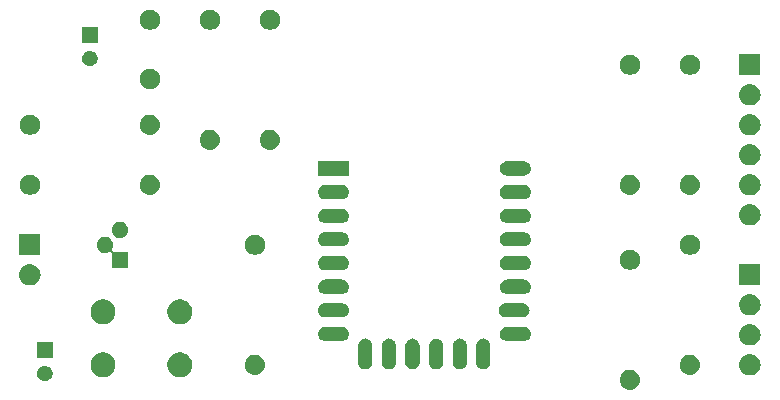
<source format=gbr>
G04 #@! TF.GenerationSoftware,KiCad,Pcbnew,5.0.2-bee76a0~70~ubuntu16.04.1*
G04 #@! TF.CreationDate,2019-02-11T12:56:34+03:00*
G04 #@! TF.ProjectId,esp12ef-ver1,65737031-3265-4662-9d76-6572312e6b69,rev?*
G04 #@! TF.SameCoordinates,Original*
G04 #@! TF.FileFunction,Soldermask,Top*
G04 #@! TF.FilePolarity,Negative*
%FSLAX46Y46*%
G04 Gerber Fmt 4.6, Leading zero omitted, Abs format (unit mm)*
G04 Created by KiCad (PCBNEW 5.0.2-bee76a0~70~ubuntu16.04.1) date Пн 11 фев 2019 12:56:34*
%MOMM*%
%LPD*%
G01*
G04 APERTURE LIST*
%ADD10C,0.100000*%
G04 APERTURE END LIST*
D10*
G36*
X150026821Y-99491313D02*
X150026824Y-99491314D01*
X150026825Y-99491314D01*
X150187239Y-99539975D01*
X150187241Y-99539976D01*
X150187244Y-99539977D01*
X150335078Y-99618995D01*
X150464659Y-99725341D01*
X150571005Y-99854922D01*
X150650023Y-100002756D01*
X150650024Y-100002759D01*
X150650025Y-100002761D01*
X150682859Y-100111000D01*
X150698687Y-100163179D01*
X150715117Y-100330000D01*
X150698687Y-100496821D01*
X150650023Y-100657244D01*
X150571005Y-100805078D01*
X150464659Y-100934659D01*
X150335078Y-101041005D01*
X150187244Y-101120023D01*
X150187241Y-101120024D01*
X150187239Y-101120025D01*
X150026825Y-101168686D01*
X150026824Y-101168686D01*
X150026821Y-101168687D01*
X149901804Y-101181000D01*
X149818196Y-101181000D01*
X149693179Y-101168687D01*
X149693176Y-101168686D01*
X149693175Y-101168686D01*
X149532761Y-101120025D01*
X149532759Y-101120024D01*
X149532756Y-101120023D01*
X149384922Y-101041005D01*
X149255341Y-100934659D01*
X149148995Y-100805078D01*
X149069977Y-100657244D01*
X149021313Y-100496821D01*
X149004883Y-100330000D01*
X149021313Y-100163179D01*
X149037141Y-100111000D01*
X149069975Y-100002761D01*
X149069976Y-100002759D01*
X149069977Y-100002756D01*
X149148995Y-99854922D01*
X149255341Y-99725341D01*
X149384922Y-99618995D01*
X149532756Y-99539977D01*
X149532759Y-99539976D01*
X149532761Y-99539975D01*
X149693175Y-99491314D01*
X149693176Y-99491314D01*
X149693179Y-99491313D01*
X149818196Y-99479000D01*
X149901804Y-99479000D01*
X150026821Y-99491313D01*
X150026821Y-99491313D01*
G37*
G36*
X100519890Y-99164017D02*
X100638361Y-99213089D01*
X100744992Y-99284338D01*
X100835662Y-99375008D01*
X100835664Y-99375011D01*
X100835665Y-99375012D01*
X100870605Y-99427304D01*
X100906911Y-99481639D01*
X100955983Y-99600110D01*
X100981000Y-99725881D01*
X100981000Y-99854119D01*
X100955983Y-99979890D01*
X100906911Y-100098361D01*
X100906909Y-100098364D01*
X100863604Y-100163175D01*
X100835662Y-100204992D01*
X100744992Y-100295662D01*
X100638361Y-100366911D01*
X100519890Y-100415983D01*
X100394119Y-100441000D01*
X100265881Y-100441000D01*
X100140110Y-100415983D01*
X100021639Y-100366911D01*
X99915008Y-100295662D01*
X99824338Y-100204992D01*
X99796397Y-100163175D01*
X99753091Y-100098364D01*
X99753089Y-100098361D01*
X99704017Y-99979890D01*
X99679000Y-99854119D01*
X99679000Y-99725881D01*
X99704017Y-99600110D01*
X99753089Y-99481639D01*
X99789395Y-99427304D01*
X99824335Y-99375012D01*
X99824336Y-99375011D01*
X99824338Y-99375008D01*
X99915008Y-99284338D01*
X100021639Y-99213089D01*
X100140110Y-99164017D01*
X100265881Y-99139000D01*
X100394119Y-99139000D01*
X100519890Y-99164017D01*
X100519890Y-99164017D01*
G37*
G36*
X105566565Y-98049389D02*
X105757834Y-98128615D01*
X105929976Y-98243637D01*
X106076363Y-98390024D01*
X106191385Y-98562166D01*
X106270611Y-98753435D01*
X106311000Y-98956484D01*
X106311000Y-99163516D01*
X106270611Y-99366565D01*
X106191385Y-99557834D01*
X106076363Y-99729976D01*
X105929976Y-99876363D01*
X105757834Y-99991385D01*
X105566565Y-100070611D01*
X105363516Y-100111000D01*
X105156484Y-100111000D01*
X104953435Y-100070611D01*
X104762166Y-99991385D01*
X104590024Y-99876363D01*
X104443637Y-99729976D01*
X104328615Y-99557834D01*
X104249389Y-99366565D01*
X104209000Y-99163516D01*
X104209000Y-98956484D01*
X104249389Y-98753435D01*
X104328615Y-98562166D01*
X104443637Y-98390024D01*
X104590024Y-98243637D01*
X104762166Y-98128615D01*
X104953435Y-98049389D01*
X105156484Y-98009000D01*
X105363516Y-98009000D01*
X105566565Y-98049389D01*
X105566565Y-98049389D01*
G37*
G36*
X112066565Y-98049389D02*
X112257834Y-98128615D01*
X112429976Y-98243637D01*
X112576363Y-98390024D01*
X112691385Y-98562166D01*
X112770611Y-98753435D01*
X112811000Y-98956484D01*
X112811000Y-99163516D01*
X112770611Y-99366565D01*
X112691385Y-99557834D01*
X112576363Y-99729976D01*
X112429976Y-99876363D01*
X112257834Y-99991385D01*
X112066565Y-100070611D01*
X111863516Y-100111000D01*
X111656484Y-100111000D01*
X111453435Y-100070611D01*
X111262166Y-99991385D01*
X111090024Y-99876363D01*
X110943637Y-99729976D01*
X110828615Y-99557834D01*
X110749389Y-99366565D01*
X110709000Y-99163516D01*
X110709000Y-98956484D01*
X110749389Y-98753435D01*
X110828615Y-98562166D01*
X110943637Y-98390024D01*
X111090024Y-98243637D01*
X111262166Y-98128615D01*
X111453435Y-98049389D01*
X111656484Y-98009000D01*
X111863516Y-98009000D01*
X112066565Y-98049389D01*
X112066565Y-98049389D01*
G37*
G36*
X160130443Y-98165519D02*
X160196627Y-98172037D01*
X160309853Y-98206384D01*
X160366467Y-98223557D01*
X160453311Y-98269977D01*
X160522991Y-98307222D01*
X160558729Y-98336552D01*
X160660186Y-98419814D01*
X160743448Y-98521271D01*
X160772778Y-98557009D01*
X160772779Y-98557011D01*
X160856443Y-98713533D01*
X160868547Y-98753435D01*
X160907963Y-98883373D01*
X160925359Y-99060000D01*
X160907963Y-99236627D01*
X160877475Y-99337132D01*
X160856443Y-99406467D01*
X160787698Y-99535078D01*
X160772778Y-99562991D01*
X160743448Y-99598729D01*
X160660186Y-99700186D01*
X160558729Y-99783448D01*
X160522991Y-99812778D01*
X160522989Y-99812779D01*
X160366467Y-99896443D01*
X160359069Y-99898687D01*
X160196627Y-99947963D01*
X160130443Y-99954481D01*
X160064260Y-99961000D01*
X159975740Y-99961000D01*
X159909557Y-99954481D01*
X159843373Y-99947963D01*
X159680931Y-99898687D01*
X159673533Y-99896443D01*
X159517011Y-99812779D01*
X159517009Y-99812778D01*
X159481271Y-99783448D01*
X159379814Y-99700186D01*
X159296552Y-99598729D01*
X159267222Y-99562991D01*
X159252302Y-99535078D01*
X159183557Y-99406467D01*
X159162525Y-99337132D01*
X159132037Y-99236627D01*
X159114641Y-99060000D01*
X159132037Y-98883373D01*
X159171453Y-98753435D01*
X159183557Y-98713533D01*
X159267221Y-98557011D01*
X159267222Y-98557009D01*
X159296552Y-98521271D01*
X159379814Y-98419814D01*
X159481271Y-98336552D01*
X159517009Y-98307222D01*
X159586689Y-98269977D01*
X159673533Y-98223557D01*
X159730147Y-98206384D01*
X159843373Y-98172037D01*
X159909557Y-98165519D01*
X159975740Y-98159000D01*
X160064260Y-98159000D01*
X160130443Y-98165519D01*
X160130443Y-98165519D01*
G37*
G36*
X155106821Y-98221313D02*
X155106824Y-98221314D01*
X155106825Y-98221314D01*
X155267239Y-98269975D01*
X155267241Y-98269976D01*
X155267244Y-98269977D01*
X155415078Y-98348995D01*
X155544659Y-98455341D01*
X155651005Y-98584922D01*
X155730023Y-98732756D01*
X155730024Y-98732759D01*
X155730025Y-98732761D01*
X155775713Y-98883375D01*
X155778687Y-98893179D01*
X155795117Y-99060000D01*
X155778687Y-99226821D01*
X155778686Y-99226824D01*
X155778686Y-99226825D01*
X155745225Y-99337132D01*
X155730023Y-99387244D01*
X155651005Y-99535078D01*
X155544659Y-99664659D01*
X155415078Y-99771005D01*
X155267244Y-99850023D01*
X155267241Y-99850024D01*
X155267239Y-99850025D01*
X155106825Y-99898686D01*
X155106824Y-99898686D01*
X155106821Y-99898687D01*
X154981804Y-99911000D01*
X154898196Y-99911000D01*
X154773179Y-99898687D01*
X154773176Y-99898686D01*
X154773175Y-99898686D01*
X154612761Y-99850025D01*
X154612759Y-99850024D01*
X154612756Y-99850023D01*
X154464922Y-99771005D01*
X154335341Y-99664659D01*
X154228995Y-99535078D01*
X154149977Y-99387244D01*
X154134776Y-99337132D01*
X154101314Y-99226825D01*
X154101314Y-99226824D01*
X154101313Y-99226821D01*
X154084883Y-99060000D01*
X154101313Y-98893179D01*
X154104287Y-98883375D01*
X154149975Y-98732761D01*
X154149976Y-98732759D01*
X154149977Y-98732756D01*
X154228995Y-98584922D01*
X154335341Y-98455341D01*
X154464922Y-98348995D01*
X154612756Y-98269977D01*
X154612759Y-98269976D01*
X154612761Y-98269975D01*
X154773175Y-98221314D01*
X154773176Y-98221314D01*
X154773179Y-98221313D01*
X154898196Y-98209000D01*
X154981804Y-98209000D01*
X155106821Y-98221313D01*
X155106821Y-98221313D01*
G37*
G36*
X118276821Y-98221313D02*
X118276824Y-98221314D01*
X118276825Y-98221314D01*
X118437239Y-98269975D01*
X118437241Y-98269976D01*
X118437244Y-98269977D01*
X118585078Y-98348995D01*
X118714659Y-98455341D01*
X118821005Y-98584922D01*
X118900023Y-98732756D01*
X118900024Y-98732759D01*
X118900025Y-98732761D01*
X118945713Y-98883375D01*
X118948687Y-98893179D01*
X118965117Y-99060000D01*
X118948687Y-99226821D01*
X118948686Y-99226824D01*
X118948686Y-99226825D01*
X118915225Y-99337132D01*
X118900023Y-99387244D01*
X118821005Y-99535078D01*
X118714659Y-99664659D01*
X118585078Y-99771005D01*
X118437244Y-99850023D01*
X118437241Y-99850024D01*
X118437239Y-99850025D01*
X118276825Y-99898686D01*
X118276824Y-99898686D01*
X118276821Y-99898687D01*
X118151804Y-99911000D01*
X118068196Y-99911000D01*
X117943179Y-99898687D01*
X117943176Y-99898686D01*
X117943175Y-99898686D01*
X117782761Y-99850025D01*
X117782759Y-99850024D01*
X117782756Y-99850023D01*
X117634922Y-99771005D01*
X117505341Y-99664659D01*
X117398995Y-99535078D01*
X117319977Y-99387244D01*
X117304776Y-99337132D01*
X117271314Y-99226825D01*
X117271314Y-99226824D01*
X117271313Y-99226821D01*
X117254883Y-99060000D01*
X117271313Y-98893179D01*
X117274287Y-98883375D01*
X117319975Y-98732761D01*
X117319976Y-98732759D01*
X117319977Y-98732756D01*
X117398995Y-98584922D01*
X117505341Y-98455341D01*
X117634922Y-98348995D01*
X117782756Y-98269977D01*
X117782759Y-98269976D01*
X117782761Y-98269975D01*
X117943175Y-98221314D01*
X117943176Y-98221314D01*
X117943179Y-98221313D01*
X118068196Y-98209000D01*
X118151804Y-98209000D01*
X118276821Y-98221313D01*
X118276821Y-98221313D01*
G37*
G36*
X127572818Y-96842697D02*
X127686105Y-96877063D01*
X127790513Y-96932870D01*
X127840777Y-96974121D01*
X127882028Y-97007974D01*
X127945712Y-97085573D01*
X127957132Y-97099489D01*
X128012939Y-97203896D01*
X128047305Y-97317183D01*
X128056001Y-97405482D01*
X128056001Y-98864520D01*
X128047305Y-98952819D01*
X128012939Y-99066106D01*
X127957132Y-99170514D01*
X127882028Y-99262028D01*
X127790514Y-99337132D01*
X127686106Y-99392939D01*
X127572819Y-99427305D01*
X127455001Y-99438908D01*
X127337184Y-99427305D01*
X127223897Y-99392939D01*
X127119489Y-99337132D01*
X127027975Y-99262028D01*
X126952871Y-99170514D01*
X126897064Y-99066106D01*
X126862698Y-98952819D01*
X126854002Y-98864520D01*
X126854001Y-97405483D01*
X126862697Y-97317184D01*
X126897063Y-97203897D01*
X126952870Y-97099489D01*
X126994121Y-97049225D01*
X127027974Y-97007974D01*
X127119488Y-96932871D01*
X127119487Y-96932871D01*
X127119489Y-96932870D01*
X127223896Y-96877063D01*
X127337183Y-96842697D01*
X127455001Y-96831094D01*
X127572818Y-96842697D01*
X127572818Y-96842697D01*
G37*
G36*
X129572818Y-96842697D02*
X129686105Y-96877063D01*
X129790513Y-96932870D01*
X129840777Y-96974121D01*
X129882028Y-97007974D01*
X129945712Y-97085573D01*
X129957132Y-97099489D01*
X130012939Y-97203896D01*
X130047305Y-97317183D01*
X130056001Y-97405482D01*
X130056001Y-98864520D01*
X130047305Y-98952819D01*
X130012939Y-99066106D01*
X129957132Y-99170514D01*
X129882028Y-99262028D01*
X129790514Y-99337132D01*
X129686106Y-99392939D01*
X129572819Y-99427305D01*
X129455001Y-99438908D01*
X129337184Y-99427305D01*
X129223897Y-99392939D01*
X129119489Y-99337132D01*
X129027975Y-99262028D01*
X128952871Y-99170514D01*
X128897064Y-99066106D01*
X128862698Y-98952819D01*
X128854002Y-98864520D01*
X128854001Y-97405483D01*
X128862697Y-97317184D01*
X128897063Y-97203897D01*
X128952870Y-97099489D01*
X128994121Y-97049225D01*
X129027974Y-97007974D01*
X129119488Y-96932871D01*
X129119487Y-96932871D01*
X129119489Y-96932870D01*
X129223896Y-96877063D01*
X129337183Y-96842697D01*
X129455001Y-96831094D01*
X129572818Y-96842697D01*
X129572818Y-96842697D01*
G37*
G36*
X131572818Y-96842697D02*
X131686105Y-96877063D01*
X131790513Y-96932870D01*
X131840777Y-96974121D01*
X131882028Y-97007974D01*
X131945712Y-97085573D01*
X131957132Y-97099489D01*
X132012939Y-97203896D01*
X132047305Y-97317183D01*
X132056001Y-97405482D01*
X132056001Y-98864520D01*
X132047305Y-98952819D01*
X132012939Y-99066106D01*
X131957132Y-99170514D01*
X131882028Y-99262028D01*
X131790514Y-99337132D01*
X131686106Y-99392939D01*
X131572819Y-99427305D01*
X131455001Y-99438908D01*
X131337184Y-99427305D01*
X131223897Y-99392939D01*
X131119489Y-99337132D01*
X131027975Y-99262028D01*
X130952871Y-99170514D01*
X130897064Y-99066106D01*
X130862698Y-98952819D01*
X130854002Y-98864520D01*
X130854001Y-97405483D01*
X130862697Y-97317184D01*
X130897063Y-97203897D01*
X130952870Y-97099489D01*
X130994121Y-97049225D01*
X131027974Y-97007974D01*
X131119488Y-96932871D01*
X131119487Y-96932871D01*
X131119489Y-96932870D01*
X131223896Y-96877063D01*
X131337183Y-96842697D01*
X131455001Y-96831094D01*
X131572818Y-96842697D01*
X131572818Y-96842697D01*
G37*
G36*
X133572818Y-96842697D02*
X133686105Y-96877063D01*
X133790513Y-96932870D01*
X133840777Y-96974121D01*
X133882028Y-97007974D01*
X133945712Y-97085573D01*
X133957132Y-97099489D01*
X134012939Y-97203896D01*
X134047305Y-97317183D01*
X134056001Y-97405482D01*
X134056001Y-98864520D01*
X134047305Y-98952819D01*
X134012939Y-99066106D01*
X133957132Y-99170514D01*
X133882028Y-99262028D01*
X133790514Y-99337132D01*
X133686106Y-99392939D01*
X133572819Y-99427305D01*
X133455001Y-99438908D01*
X133337184Y-99427305D01*
X133223897Y-99392939D01*
X133119489Y-99337132D01*
X133027975Y-99262028D01*
X132952871Y-99170514D01*
X132897064Y-99066106D01*
X132862698Y-98952819D01*
X132854002Y-98864520D01*
X132854001Y-97405483D01*
X132862697Y-97317184D01*
X132897063Y-97203897D01*
X132952870Y-97099489D01*
X132994121Y-97049225D01*
X133027974Y-97007974D01*
X133119488Y-96932871D01*
X133119487Y-96932871D01*
X133119489Y-96932870D01*
X133223896Y-96877063D01*
X133337183Y-96842697D01*
X133455001Y-96831094D01*
X133572818Y-96842697D01*
X133572818Y-96842697D01*
G37*
G36*
X135572818Y-96842697D02*
X135686105Y-96877063D01*
X135790513Y-96932870D01*
X135840777Y-96974121D01*
X135882028Y-97007974D01*
X135945712Y-97085573D01*
X135957132Y-97099489D01*
X136012939Y-97203896D01*
X136047305Y-97317183D01*
X136056001Y-97405482D01*
X136056001Y-98864520D01*
X136047305Y-98952819D01*
X136012939Y-99066106D01*
X135957132Y-99170514D01*
X135882028Y-99262028D01*
X135790514Y-99337132D01*
X135686106Y-99392939D01*
X135572819Y-99427305D01*
X135455001Y-99438908D01*
X135337184Y-99427305D01*
X135223897Y-99392939D01*
X135119489Y-99337132D01*
X135027975Y-99262028D01*
X134952871Y-99170514D01*
X134897064Y-99066106D01*
X134862698Y-98952819D01*
X134854002Y-98864520D01*
X134854001Y-97405483D01*
X134862697Y-97317184D01*
X134897063Y-97203897D01*
X134952870Y-97099489D01*
X134994121Y-97049225D01*
X135027974Y-97007974D01*
X135119488Y-96932871D01*
X135119487Y-96932871D01*
X135119489Y-96932870D01*
X135223896Y-96877063D01*
X135337183Y-96842697D01*
X135455001Y-96831094D01*
X135572818Y-96842697D01*
X135572818Y-96842697D01*
G37*
G36*
X137572818Y-96842697D02*
X137686105Y-96877063D01*
X137790513Y-96932870D01*
X137840777Y-96974121D01*
X137882028Y-97007974D01*
X137945712Y-97085573D01*
X137957132Y-97099489D01*
X138012939Y-97203896D01*
X138047305Y-97317183D01*
X138056001Y-97405482D01*
X138056001Y-98864520D01*
X138047305Y-98952819D01*
X138012939Y-99066106D01*
X137957132Y-99170514D01*
X137882028Y-99262028D01*
X137790514Y-99337132D01*
X137686106Y-99392939D01*
X137572819Y-99427305D01*
X137455001Y-99438908D01*
X137337184Y-99427305D01*
X137223897Y-99392939D01*
X137119489Y-99337132D01*
X137027975Y-99262028D01*
X136952871Y-99170514D01*
X136897064Y-99066106D01*
X136862698Y-98952819D01*
X136854002Y-98864520D01*
X136854001Y-97405483D01*
X136862697Y-97317184D01*
X136897063Y-97203897D01*
X136952870Y-97099489D01*
X136994121Y-97049225D01*
X137027974Y-97007974D01*
X137119488Y-96932871D01*
X137119487Y-96932871D01*
X137119489Y-96932870D01*
X137223896Y-96877063D01*
X137337183Y-96842697D01*
X137455001Y-96831094D01*
X137572818Y-96842697D01*
X137572818Y-96842697D01*
G37*
G36*
X100981000Y-98441000D02*
X99679000Y-98441000D01*
X99679000Y-97139000D01*
X100981000Y-97139000D01*
X100981000Y-98441000D01*
X100981000Y-98441000D01*
G37*
G36*
X160130442Y-95625518D02*
X160196627Y-95632037D01*
X160309853Y-95666384D01*
X160366467Y-95683557D01*
X160505087Y-95757652D01*
X160522991Y-95767222D01*
X160558729Y-95796552D01*
X160660186Y-95879814D01*
X160743448Y-95981271D01*
X160772778Y-96017009D01*
X160772779Y-96017011D01*
X160856443Y-96173533D01*
X160856443Y-96173534D01*
X160907963Y-96343373D01*
X160925359Y-96520000D01*
X160907963Y-96696627D01*
X160873616Y-96809853D01*
X160856443Y-96866467D01*
X160818671Y-96937132D01*
X160772778Y-97022991D01*
X160743448Y-97058729D01*
X160660186Y-97160186D01*
X160558729Y-97243448D01*
X160522991Y-97272778D01*
X160522989Y-97272779D01*
X160366467Y-97356443D01*
X160309853Y-97373616D01*
X160196627Y-97407963D01*
X160130442Y-97414482D01*
X160064260Y-97421000D01*
X159975740Y-97421000D01*
X159909558Y-97414482D01*
X159843373Y-97407963D01*
X159730147Y-97373616D01*
X159673533Y-97356443D01*
X159517011Y-97272779D01*
X159517009Y-97272778D01*
X159481271Y-97243448D01*
X159379814Y-97160186D01*
X159296552Y-97058729D01*
X159267222Y-97022991D01*
X159221329Y-96937132D01*
X159183557Y-96866467D01*
X159166384Y-96809853D01*
X159132037Y-96696627D01*
X159114641Y-96520000D01*
X159132037Y-96343373D01*
X159183557Y-96173534D01*
X159183557Y-96173533D01*
X159267221Y-96017011D01*
X159267222Y-96017009D01*
X159296552Y-95981271D01*
X159379814Y-95879814D01*
X159481271Y-95796552D01*
X159517009Y-95767222D01*
X159534913Y-95757652D01*
X159673533Y-95683557D01*
X159730147Y-95666384D01*
X159843373Y-95632037D01*
X159909558Y-95625518D01*
X159975740Y-95619000D01*
X160064260Y-95619000D01*
X160130442Y-95625518D01*
X160130442Y-95625518D01*
G37*
G36*
X140982819Y-95842697D02*
X141096106Y-95877063D01*
X141200514Y-95932870D01*
X141292028Y-96007974D01*
X141367132Y-96099488D01*
X141422939Y-96203896D01*
X141457305Y-96317183D01*
X141468908Y-96435001D01*
X141457305Y-96552819D01*
X141422939Y-96666106D01*
X141367132Y-96770514D01*
X141292028Y-96862028D01*
X141200514Y-96937132D01*
X141096106Y-96992939D01*
X140982819Y-97027305D01*
X140894520Y-97036001D01*
X139435482Y-97036001D01*
X139347183Y-97027305D01*
X139233896Y-96992939D01*
X139129488Y-96937132D01*
X139037974Y-96862028D01*
X138962870Y-96770514D01*
X138907063Y-96666106D01*
X138872697Y-96552819D01*
X138861094Y-96435001D01*
X138872697Y-96317183D01*
X138907063Y-96203896D01*
X138962870Y-96099488D01*
X139037974Y-96007974D01*
X139129488Y-95932870D01*
X139233896Y-95877063D01*
X139347183Y-95842697D01*
X139435482Y-95834001D01*
X140894520Y-95834001D01*
X140982819Y-95842697D01*
X140982819Y-95842697D01*
G37*
G36*
X125582819Y-95842697D02*
X125696106Y-95877063D01*
X125800514Y-95932870D01*
X125892028Y-96007974D01*
X125967132Y-96099488D01*
X126022939Y-96203896D01*
X126057305Y-96317183D01*
X126068908Y-96435001D01*
X126057305Y-96552819D01*
X126022939Y-96666106D01*
X125967132Y-96770514D01*
X125892028Y-96862028D01*
X125800514Y-96937132D01*
X125696106Y-96992939D01*
X125582819Y-97027305D01*
X125494520Y-97036001D01*
X124035482Y-97036001D01*
X123947183Y-97027305D01*
X123833896Y-96992939D01*
X123729488Y-96937132D01*
X123637974Y-96862028D01*
X123562870Y-96770514D01*
X123507063Y-96666106D01*
X123472697Y-96552819D01*
X123461094Y-96435001D01*
X123472697Y-96317183D01*
X123507063Y-96203896D01*
X123562870Y-96099488D01*
X123637974Y-96007974D01*
X123729488Y-95932870D01*
X123833896Y-95877063D01*
X123947183Y-95842697D01*
X124035482Y-95834001D01*
X125494520Y-95834001D01*
X125582819Y-95842697D01*
X125582819Y-95842697D01*
G37*
G36*
X105566565Y-93549389D02*
X105757834Y-93628615D01*
X105929976Y-93743637D01*
X106076363Y-93890024D01*
X106191385Y-94062166D01*
X106270611Y-94253435D01*
X106311000Y-94456484D01*
X106311000Y-94663516D01*
X106270611Y-94866565D01*
X106191385Y-95057834D01*
X106076363Y-95229976D01*
X105929976Y-95376363D01*
X105757834Y-95491385D01*
X105566565Y-95570611D01*
X105363516Y-95611000D01*
X105156484Y-95611000D01*
X104953435Y-95570611D01*
X104762166Y-95491385D01*
X104590024Y-95376363D01*
X104443637Y-95229976D01*
X104328615Y-95057834D01*
X104249389Y-94866565D01*
X104209000Y-94663516D01*
X104209000Y-94456484D01*
X104249389Y-94253435D01*
X104328615Y-94062166D01*
X104443637Y-93890024D01*
X104590024Y-93743637D01*
X104762166Y-93628615D01*
X104953435Y-93549389D01*
X105156484Y-93509000D01*
X105363516Y-93509000D01*
X105566565Y-93549389D01*
X105566565Y-93549389D01*
G37*
G36*
X112066565Y-93549389D02*
X112257834Y-93628615D01*
X112429976Y-93743637D01*
X112576363Y-93890024D01*
X112691385Y-94062166D01*
X112770611Y-94253435D01*
X112811000Y-94456484D01*
X112811000Y-94663516D01*
X112770611Y-94866565D01*
X112691385Y-95057834D01*
X112576363Y-95229976D01*
X112429976Y-95376363D01*
X112257834Y-95491385D01*
X112066565Y-95570611D01*
X111863516Y-95611000D01*
X111656484Y-95611000D01*
X111453435Y-95570611D01*
X111262166Y-95491385D01*
X111090024Y-95376363D01*
X110943637Y-95229976D01*
X110828615Y-95057834D01*
X110749389Y-94866565D01*
X110709000Y-94663516D01*
X110709000Y-94456484D01*
X110749389Y-94253435D01*
X110828615Y-94062166D01*
X110943637Y-93890024D01*
X111090024Y-93743637D01*
X111262166Y-93628615D01*
X111453435Y-93549389D01*
X111656484Y-93509000D01*
X111863516Y-93509000D01*
X112066565Y-93549389D01*
X112066565Y-93549389D01*
G37*
G36*
X125582819Y-93842697D02*
X125696106Y-93877063D01*
X125800514Y-93932870D01*
X125892028Y-94007974D01*
X125967132Y-94099488D01*
X126022939Y-94203896D01*
X126057305Y-94317183D01*
X126068908Y-94435001D01*
X126057305Y-94552819D01*
X126022939Y-94666106D01*
X125967132Y-94770514D01*
X125892028Y-94862028D01*
X125800514Y-94937132D01*
X125696106Y-94992939D01*
X125582819Y-95027305D01*
X125494520Y-95036001D01*
X124035482Y-95036001D01*
X123947183Y-95027305D01*
X123833896Y-94992939D01*
X123729488Y-94937132D01*
X123637974Y-94862028D01*
X123562870Y-94770514D01*
X123507063Y-94666106D01*
X123472697Y-94552819D01*
X123461094Y-94435001D01*
X123472697Y-94317183D01*
X123507063Y-94203896D01*
X123562870Y-94099488D01*
X123637974Y-94007974D01*
X123729488Y-93932870D01*
X123833896Y-93877063D01*
X123947183Y-93842697D01*
X124035482Y-93834001D01*
X125494520Y-93834001D01*
X125582819Y-93842697D01*
X125582819Y-93842697D01*
G37*
G36*
X140882819Y-93842697D02*
X140996106Y-93877063D01*
X141100514Y-93932870D01*
X141192028Y-94007974D01*
X141267132Y-94099488D01*
X141322939Y-94203896D01*
X141357305Y-94317183D01*
X141368908Y-94435001D01*
X141357305Y-94552819D01*
X141322939Y-94666106D01*
X141267132Y-94770514D01*
X141192028Y-94862028D01*
X141100514Y-94937132D01*
X140996106Y-94992939D01*
X140882819Y-95027305D01*
X140794520Y-95036001D01*
X139335482Y-95036001D01*
X139247183Y-95027305D01*
X139133896Y-94992939D01*
X139029488Y-94937132D01*
X138937974Y-94862028D01*
X138862870Y-94770514D01*
X138807063Y-94666106D01*
X138772697Y-94552819D01*
X138761094Y-94435001D01*
X138772697Y-94317183D01*
X138807063Y-94203896D01*
X138862870Y-94099488D01*
X138937974Y-94007974D01*
X139029488Y-93932870D01*
X139133896Y-93877063D01*
X139247183Y-93842697D01*
X139335482Y-93834001D01*
X140794520Y-93834001D01*
X140882819Y-93842697D01*
X140882819Y-93842697D01*
G37*
G36*
X160130443Y-93085519D02*
X160196627Y-93092037D01*
X160309853Y-93126384D01*
X160366467Y-93143557D01*
X160505087Y-93217652D01*
X160522991Y-93227222D01*
X160558729Y-93256552D01*
X160660186Y-93339814D01*
X160743448Y-93441271D01*
X160772778Y-93477009D01*
X160772779Y-93477011D01*
X160856443Y-93633533D01*
X160856443Y-93633534D01*
X160907963Y-93803373D01*
X160925359Y-93980000D01*
X160907963Y-94156627D01*
X160893624Y-94203896D01*
X160856443Y-94326467D01*
X160786946Y-94456484D01*
X160772778Y-94482991D01*
X160743448Y-94518729D01*
X160660186Y-94620186D01*
X160558729Y-94703448D01*
X160522991Y-94732778D01*
X160522989Y-94732779D01*
X160366467Y-94816443D01*
X160309853Y-94833616D01*
X160196627Y-94867963D01*
X160130443Y-94874481D01*
X160064260Y-94881000D01*
X159975740Y-94881000D01*
X159909557Y-94874481D01*
X159843373Y-94867963D01*
X159730147Y-94833616D01*
X159673533Y-94816443D01*
X159517011Y-94732779D01*
X159517009Y-94732778D01*
X159481271Y-94703448D01*
X159379814Y-94620186D01*
X159296552Y-94518729D01*
X159267222Y-94482991D01*
X159253054Y-94456484D01*
X159183557Y-94326467D01*
X159146376Y-94203896D01*
X159132037Y-94156627D01*
X159114641Y-93980000D01*
X159132037Y-93803373D01*
X159183557Y-93633534D01*
X159183557Y-93633533D01*
X159267221Y-93477011D01*
X159267222Y-93477009D01*
X159296552Y-93441271D01*
X159379814Y-93339814D01*
X159481271Y-93256552D01*
X159517009Y-93227222D01*
X159534913Y-93217652D01*
X159673533Y-93143557D01*
X159730147Y-93126384D01*
X159843373Y-93092037D01*
X159909557Y-93085519D01*
X159975740Y-93079000D01*
X160064260Y-93079000D01*
X160130443Y-93085519D01*
X160130443Y-93085519D01*
G37*
G36*
X125582819Y-91842697D02*
X125696106Y-91877063D01*
X125800514Y-91932870D01*
X125892028Y-92007974D01*
X125967132Y-92099488D01*
X126022939Y-92203896D01*
X126057305Y-92317183D01*
X126068908Y-92435001D01*
X126057305Y-92552819D01*
X126022939Y-92666106D01*
X125967132Y-92770514D01*
X125892028Y-92862028D01*
X125800514Y-92937132D01*
X125696106Y-92992939D01*
X125582819Y-93027305D01*
X125494520Y-93036001D01*
X124035482Y-93036001D01*
X123947183Y-93027305D01*
X123833896Y-92992939D01*
X123729488Y-92937132D01*
X123637974Y-92862028D01*
X123562870Y-92770514D01*
X123507063Y-92666106D01*
X123472697Y-92552819D01*
X123461094Y-92435001D01*
X123472697Y-92317183D01*
X123507063Y-92203896D01*
X123562870Y-92099488D01*
X123637974Y-92007974D01*
X123729488Y-91932870D01*
X123833896Y-91877063D01*
X123947183Y-91842697D01*
X124035482Y-91834001D01*
X125494520Y-91834001D01*
X125582819Y-91842697D01*
X125582819Y-91842697D01*
G37*
G36*
X140982819Y-91842697D02*
X141096106Y-91877063D01*
X141200514Y-91932870D01*
X141292028Y-92007974D01*
X141367132Y-92099488D01*
X141422939Y-92203896D01*
X141457305Y-92317183D01*
X141468908Y-92435001D01*
X141457305Y-92552819D01*
X141422939Y-92666106D01*
X141367132Y-92770514D01*
X141292028Y-92862028D01*
X141200514Y-92937132D01*
X141096106Y-92992939D01*
X140982819Y-93027305D01*
X140894520Y-93036001D01*
X139435482Y-93036001D01*
X139347183Y-93027305D01*
X139233896Y-92992939D01*
X139129488Y-92937132D01*
X139037974Y-92862028D01*
X138962870Y-92770514D01*
X138907063Y-92666106D01*
X138872697Y-92552819D01*
X138861094Y-92435001D01*
X138872697Y-92317183D01*
X138907063Y-92203896D01*
X138962870Y-92099488D01*
X139037974Y-92007974D01*
X139129488Y-91932870D01*
X139233896Y-91877063D01*
X139347183Y-91842697D01*
X139435482Y-91834001D01*
X140894520Y-91834001D01*
X140982819Y-91842697D01*
X140982819Y-91842697D01*
G37*
G36*
X160921000Y-92341000D02*
X159119000Y-92341000D01*
X159119000Y-90539000D01*
X160921000Y-90539000D01*
X160921000Y-92341000D01*
X160921000Y-92341000D01*
G37*
G36*
X99170443Y-90545519D02*
X99236627Y-90552037D01*
X99349853Y-90586384D01*
X99406467Y-90603557D01*
X99523486Y-90666106D01*
X99562991Y-90687222D01*
X99593769Y-90712481D01*
X99700186Y-90799814D01*
X99783448Y-90901271D01*
X99812778Y-90937009D01*
X99812779Y-90937011D01*
X99896443Y-91093533D01*
X99896443Y-91093534D01*
X99947963Y-91263373D01*
X99965359Y-91440000D01*
X99947963Y-91616627D01*
X99913616Y-91729853D01*
X99896443Y-91786467D01*
X99871035Y-91834001D01*
X99812778Y-91942991D01*
X99783448Y-91978729D01*
X99700186Y-92080186D01*
X99598729Y-92163448D01*
X99562991Y-92192778D01*
X99562989Y-92192779D01*
X99406467Y-92276443D01*
X99349853Y-92293616D01*
X99236627Y-92327963D01*
X99170443Y-92334481D01*
X99104260Y-92341000D01*
X99015740Y-92341000D01*
X98949557Y-92334481D01*
X98883373Y-92327963D01*
X98770147Y-92293616D01*
X98713533Y-92276443D01*
X98557011Y-92192779D01*
X98557009Y-92192778D01*
X98521271Y-92163448D01*
X98419814Y-92080186D01*
X98336552Y-91978729D01*
X98307222Y-91942991D01*
X98248965Y-91834001D01*
X98223557Y-91786467D01*
X98206384Y-91729853D01*
X98172037Y-91616627D01*
X98154641Y-91440000D01*
X98172037Y-91263373D01*
X98223557Y-91093534D01*
X98223557Y-91093533D01*
X98307221Y-90937011D01*
X98307222Y-90937009D01*
X98336552Y-90901271D01*
X98419814Y-90799814D01*
X98526231Y-90712481D01*
X98557009Y-90687222D01*
X98596514Y-90666106D01*
X98713533Y-90603557D01*
X98770147Y-90586384D01*
X98883373Y-90552037D01*
X98949557Y-90545519D01*
X99015740Y-90539000D01*
X99104260Y-90539000D01*
X99170443Y-90545519D01*
X99170443Y-90545519D01*
G37*
G36*
X125582819Y-89842697D02*
X125696106Y-89877063D01*
X125800514Y-89932870D01*
X125892028Y-90007974D01*
X125967132Y-90099488D01*
X126022939Y-90203896D01*
X126057305Y-90317183D01*
X126068908Y-90435001D01*
X126057305Y-90552819D01*
X126022939Y-90666106D01*
X125967132Y-90770514D01*
X125892028Y-90862028D01*
X125800514Y-90937132D01*
X125696106Y-90992939D01*
X125582819Y-91027305D01*
X125494520Y-91036001D01*
X124035482Y-91036001D01*
X123947183Y-91027305D01*
X123833896Y-90992939D01*
X123729488Y-90937132D01*
X123637974Y-90862028D01*
X123562870Y-90770514D01*
X123507063Y-90666106D01*
X123472697Y-90552819D01*
X123461094Y-90435001D01*
X123472697Y-90317183D01*
X123507063Y-90203896D01*
X123562870Y-90099488D01*
X123637974Y-90007974D01*
X123729488Y-89932870D01*
X123833896Y-89877063D01*
X123947183Y-89842697D01*
X124035482Y-89834001D01*
X125494520Y-89834001D01*
X125582819Y-89842697D01*
X125582819Y-89842697D01*
G37*
G36*
X140982819Y-89842697D02*
X141096106Y-89877063D01*
X141200514Y-89932870D01*
X141292028Y-90007974D01*
X141367132Y-90099488D01*
X141422939Y-90203896D01*
X141457305Y-90317183D01*
X141468908Y-90435001D01*
X141457305Y-90552819D01*
X141422939Y-90666106D01*
X141367132Y-90770514D01*
X141292028Y-90862028D01*
X141200514Y-90937132D01*
X141096106Y-90992939D01*
X140982819Y-91027305D01*
X140894520Y-91036001D01*
X139435482Y-91036001D01*
X139347183Y-91027305D01*
X139233896Y-90992939D01*
X139129488Y-90937132D01*
X139037974Y-90862028D01*
X138962870Y-90770514D01*
X138907063Y-90666106D01*
X138872697Y-90552819D01*
X138861094Y-90435001D01*
X138872697Y-90317183D01*
X138907063Y-90203896D01*
X138962870Y-90099488D01*
X139037974Y-90007974D01*
X139129488Y-89932870D01*
X139233896Y-89877063D01*
X139347183Y-89842697D01*
X139435482Y-89834001D01*
X140894520Y-89834001D01*
X140982819Y-89842697D01*
X140982819Y-89842697D01*
G37*
G36*
X150108228Y-89351703D02*
X150263100Y-89415853D01*
X150402481Y-89508985D01*
X150521015Y-89627519D01*
X150614147Y-89766900D01*
X150678297Y-89921772D01*
X150711000Y-90086184D01*
X150711000Y-90253816D01*
X150678297Y-90418228D01*
X150614147Y-90573100D01*
X150521015Y-90712481D01*
X150402481Y-90831015D01*
X150263100Y-90924147D01*
X150108228Y-90988297D01*
X149943816Y-91021000D01*
X149776184Y-91021000D01*
X149611772Y-90988297D01*
X149456900Y-90924147D01*
X149317519Y-90831015D01*
X149198985Y-90712481D01*
X149105853Y-90573100D01*
X149041703Y-90418228D01*
X149009000Y-90253816D01*
X149009000Y-90086184D01*
X149041703Y-89921772D01*
X149105853Y-89766900D01*
X149198985Y-89627519D01*
X149317519Y-89508985D01*
X149456900Y-89415853D01*
X149611772Y-89351703D01*
X149776184Y-89319000D01*
X149943816Y-89319000D01*
X150108228Y-89351703D01*
X150108228Y-89351703D01*
G37*
G36*
X105614472Y-88225938D02*
X105742049Y-88278782D01*
X105856865Y-88355500D01*
X105954500Y-88453135D01*
X106031218Y-88567951D01*
X106084062Y-88695528D01*
X106111000Y-88830956D01*
X106111000Y-88969044D01*
X106084062Y-89104472D01*
X106031218Y-89232049D01*
X106002817Y-89274554D01*
X105991266Y-89296165D01*
X105984153Y-89319614D01*
X105981751Y-89344000D01*
X105984153Y-89368386D01*
X105991266Y-89391836D01*
X106002817Y-89413446D01*
X106018363Y-89432388D01*
X106037305Y-89447934D01*
X106058916Y-89459485D01*
X106082365Y-89466598D01*
X106106751Y-89469000D01*
X107381000Y-89469000D01*
X107381000Y-90871000D01*
X105979000Y-90871000D01*
X105979000Y-89596751D01*
X105976598Y-89572365D01*
X105969485Y-89548916D01*
X105957934Y-89527305D01*
X105942388Y-89508363D01*
X105923446Y-89492817D01*
X105901835Y-89481266D01*
X105878386Y-89474153D01*
X105854000Y-89471751D01*
X105829614Y-89474153D01*
X105806165Y-89481266D01*
X105784554Y-89492817D01*
X105742049Y-89521218D01*
X105614472Y-89574062D01*
X105479044Y-89601000D01*
X105340956Y-89601000D01*
X105205528Y-89574062D01*
X105077951Y-89521218D01*
X104963135Y-89444500D01*
X104865500Y-89346865D01*
X104788782Y-89232049D01*
X104735938Y-89104472D01*
X104709000Y-88969044D01*
X104709000Y-88830956D01*
X104735938Y-88695528D01*
X104788782Y-88567951D01*
X104865500Y-88453135D01*
X104963135Y-88355500D01*
X105077951Y-88278782D01*
X105205528Y-88225938D01*
X105340956Y-88199000D01*
X105479044Y-88199000D01*
X105614472Y-88225938D01*
X105614472Y-88225938D01*
G37*
G36*
X99961000Y-89801000D02*
X98159000Y-89801000D01*
X98159000Y-87999000D01*
X99961000Y-87999000D01*
X99961000Y-89801000D01*
X99961000Y-89801000D01*
G37*
G36*
X155188228Y-88081703D02*
X155343100Y-88145853D01*
X155482481Y-88238985D01*
X155601015Y-88357519D01*
X155694147Y-88496900D01*
X155758297Y-88651772D01*
X155791000Y-88816184D01*
X155791000Y-88983816D01*
X155758297Y-89148228D01*
X155694147Y-89303100D01*
X155601015Y-89442481D01*
X155482481Y-89561015D01*
X155343100Y-89654147D01*
X155188228Y-89718297D01*
X155023816Y-89751000D01*
X154856184Y-89751000D01*
X154691772Y-89718297D01*
X154536900Y-89654147D01*
X154397519Y-89561015D01*
X154278985Y-89442481D01*
X154185853Y-89303100D01*
X154121703Y-89148228D01*
X154089000Y-88983816D01*
X154089000Y-88816184D01*
X154121703Y-88651772D01*
X154185853Y-88496900D01*
X154278985Y-88357519D01*
X154397519Y-88238985D01*
X154536900Y-88145853D01*
X154691772Y-88081703D01*
X154856184Y-88049000D01*
X155023816Y-88049000D01*
X155188228Y-88081703D01*
X155188228Y-88081703D01*
G37*
G36*
X118358228Y-88081703D02*
X118513100Y-88145853D01*
X118652481Y-88238985D01*
X118771015Y-88357519D01*
X118864147Y-88496900D01*
X118928297Y-88651772D01*
X118961000Y-88816184D01*
X118961000Y-88983816D01*
X118928297Y-89148228D01*
X118864147Y-89303100D01*
X118771015Y-89442481D01*
X118652481Y-89561015D01*
X118513100Y-89654147D01*
X118358228Y-89718297D01*
X118193816Y-89751000D01*
X118026184Y-89751000D01*
X117861772Y-89718297D01*
X117706900Y-89654147D01*
X117567519Y-89561015D01*
X117448985Y-89442481D01*
X117355853Y-89303100D01*
X117291703Y-89148228D01*
X117259000Y-88983816D01*
X117259000Y-88816184D01*
X117291703Y-88651772D01*
X117355853Y-88496900D01*
X117448985Y-88357519D01*
X117567519Y-88238985D01*
X117706900Y-88145853D01*
X117861772Y-88081703D01*
X118026184Y-88049000D01*
X118193816Y-88049000D01*
X118358228Y-88081703D01*
X118358228Y-88081703D01*
G37*
G36*
X125582819Y-87842697D02*
X125696106Y-87877063D01*
X125800514Y-87932870D01*
X125892028Y-88007974D01*
X125967132Y-88099488D01*
X126022939Y-88203896D01*
X126057305Y-88317183D01*
X126068908Y-88435001D01*
X126057305Y-88552819D01*
X126022939Y-88666106D01*
X125967132Y-88770514D01*
X125892028Y-88862028D01*
X125800514Y-88937132D01*
X125696106Y-88992939D01*
X125582819Y-89027305D01*
X125494520Y-89036001D01*
X124035482Y-89036001D01*
X123947183Y-89027305D01*
X123833896Y-88992939D01*
X123729488Y-88937132D01*
X123637974Y-88862028D01*
X123562870Y-88770514D01*
X123507063Y-88666106D01*
X123472697Y-88552819D01*
X123461094Y-88435001D01*
X123472697Y-88317183D01*
X123507063Y-88203896D01*
X123562870Y-88099488D01*
X123637974Y-88007974D01*
X123729488Y-87932870D01*
X123833896Y-87877063D01*
X123947183Y-87842697D01*
X124035482Y-87834001D01*
X125494520Y-87834001D01*
X125582819Y-87842697D01*
X125582819Y-87842697D01*
G37*
G36*
X140982819Y-87842697D02*
X141096106Y-87877063D01*
X141200514Y-87932870D01*
X141292028Y-88007974D01*
X141367132Y-88099488D01*
X141422939Y-88203896D01*
X141457305Y-88317183D01*
X141468908Y-88435001D01*
X141457305Y-88552819D01*
X141422939Y-88666106D01*
X141367132Y-88770514D01*
X141292028Y-88862028D01*
X141200514Y-88937132D01*
X141096106Y-88992939D01*
X140982819Y-89027305D01*
X140894520Y-89036001D01*
X139435482Y-89036001D01*
X139347183Y-89027305D01*
X139233896Y-88992939D01*
X139129488Y-88937132D01*
X139037974Y-88862028D01*
X138962870Y-88770514D01*
X138907063Y-88666106D01*
X138872697Y-88552819D01*
X138861094Y-88435001D01*
X138872697Y-88317183D01*
X138907063Y-88203896D01*
X138962870Y-88099488D01*
X139037974Y-88007974D01*
X139129488Y-87932870D01*
X139233896Y-87877063D01*
X139347183Y-87842697D01*
X139435482Y-87834001D01*
X140894520Y-87834001D01*
X140982819Y-87842697D01*
X140982819Y-87842697D01*
G37*
G36*
X106884472Y-86955938D02*
X107012049Y-87008782D01*
X107126865Y-87085500D01*
X107224500Y-87183135D01*
X107301218Y-87297951D01*
X107354062Y-87425528D01*
X107381000Y-87560956D01*
X107381000Y-87699044D01*
X107354062Y-87834472D01*
X107301218Y-87962049D01*
X107224500Y-88076865D01*
X107126865Y-88174500D01*
X107012049Y-88251218D01*
X106884472Y-88304062D01*
X106749044Y-88331000D01*
X106610956Y-88331000D01*
X106475528Y-88304062D01*
X106347951Y-88251218D01*
X106233135Y-88174500D01*
X106135500Y-88076865D01*
X106058782Y-87962049D01*
X106005938Y-87834472D01*
X105979000Y-87699044D01*
X105979000Y-87560956D01*
X106005938Y-87425528D01*
X106058782Y-87297951D01*
X106135500Y-87183135D01*
X106233135Y-87085500D01*
X106347951Y-87008782D01*
X106475528Y-86955938D01*
X106610956Y-86929000D01*
X106749044Y-86929000D01*
X106884472Y-86955938D01*
X106884472Y-86955938D01*
G37*
G36*
X160130442Y-85465518D02*
X160196627Y-85472037D01*
X160309853Y-85506384D01*
X160366467Y-85523557D01*
X160505087Y-85597652D01*
X160522991Y-85607222D01*
X160558729Y-85636552D01*
X160660186Y-85719814D01*
X160743448Y-85821271D01*
X160772778Y-85857009D01*
X160772779Y-85857011D01*
X160856443Y-86013533D01*
X160856443Y-86013534D01*
X160907963Y-86183373D01*
X160925359Y-86360000D01*
X160907963Y-86536627D01*
X160903051Y-86552819D01*
X160856443Y-86706467D01*
X160782348Y-86845087D01*
X160772778Y-86862991D01*
X160743448Y-86898729D01*
X160660186Y-87000186D01*
X160558729Y-87083448D01*
X160522991Y-87112778D01*
X160522989Y-87112779D01*
X160366467Y-87196443D01*
X160309853Y-87213616D01*
X160196627Y-87247963D01*
X160130442Y-87254482D01*
X160064260Y-87261000D01*
X159975740Y-87261000D01*
X159909558Y-87254482D01*
X159843373Y-87247963D01*
X159730147Y-87213616D01*
X159673533Y-87196443D01*
X159517011Y-87112779D01*
X159517009Y-87112778D01*
X159481271Y-87083448D01*
X159379814Y-87000186D01*
X159296552Y-86898729D01*
X159267222Y-86862991D01*
X159257652Y-86845087D01*
X159183557Y-86706467D01*
X159136949Y-86552819D01*
X159132037Y-86536627D01*
X159114641Y-86360000D01*
X159132037Y-86183373D01*
X159183557Y-86013534D01*
X159183557Y-86013533D01*
X159267221Y-85857011D01*
X159267222Y-85857009D01*
X159296552Y-85821271D01*
X159379814Y-85719814D01*
X159481271Y-85636552D01*
X159517009Y-85607222D01*
X159534913Y-85597652D01*
X159673533Y-85523557D01*
X159730147Y-85506384D01*
X159843373Y-85472037D01*
X159909558Y-85465518D01*
X159975740Y-85459000D01*
X160064260Y-85459000D01*
X160130442Y-85465518D01*
X160130442Y-85465518D01*
G37*
G36*
X125582819Y-85842697D02*
X125696106Y-85877063D01*
X125800514Y-85932870D01*
X125892028Y-86007974D01*
X125967132Y-86099488D01*
X126022939Y-86203896D01*
X126057305Y-86317183D01*
X126068908Y-86435001D01*
X126057305Y-86552819D01*
X126022939Y-86666106D01*
X125967132Y-86770514D01*
X125892028Y-86862028D01*
X125800514Y-86937132D01*
X125696106Y-86992939D01*
X125582819Y-87027305D01*
X125494520Y-87036001D01*
X124035482Y-87036001D01*
X123947183Y-87027305D01*
X123833896Y-86992939D01*
X123729488Y-86937132D01*
X123637974Y-86862028D01*
X123562870Y-86770514D01*
X123507063Y-86666106D01*
X123472697Y-86552819D01*
X123461094Y-86435001D01*
X123472697Y-86317183D01*
X123507063Y-86203896D01*
X123562870Y-86099488D01*
X123637974Y-86007974D01*
X123729488Y-85932870D01*
X123833896Y-85877063D01*
X123947183Y-85842697D01*
X124035482Y-85834001D01*
X125494520Y-85834001D01*
X125582819Y-85842697D01*
X125582819Y-85842697D01*
G37*
G36*
X140982819Y-85842697D02*
X141096106Y-85877063D01*
X141200514Y-85932870D01*
X141292028Y-86007974D01*
X141367132Y-86099488D01*
X141422939Y-86203896D01*
X141457305Y-86317183D01*
X141468908Y-86435001D01*
X141457305Y-86552819D01*
X141422939Y-86666106D01*
X141367132Y-86770514D01*
X141292028Y-86862028D01*
X141200514Y-86937132D01*
X141096106Y-86992939D01*
X140982819Y-87027305D01*
X140894520Y-87036001D01*
X139435482Y-87036001D01*
X139347183Y-87027305D01*
X139233896Y-86992939D01*
X139129488Y-86937132D01*
X139037974Y-86862028D01*
X138962870Y-86770514D01*
X138907063Y-86666106D01*
X138872697Y-86552819D01*
X138861094Y-86435001D01*
X138872697Y-86317183D01*
X138907063Y-86203896D01*
X138962870Y-86099488D01*
X139037974Y-86007974D01*
X139129488Y-85932870D01*
X139233896Y-85877063D01*
X139347183Y-85842697D01*
X139435482Y-85834001D01*
X140894520Y-85834001D01*
X140982819Y-85842697D01*
X140982819Y-85842697D01*
G37*
G36*
X125582819Y-83842697D02*
X125696106Y-83877063D01*
X125800514Y-83932870D01*
X125892028Y-84007974D01*
X125967132Y-84099488D01*
X126022939Y-84203896D01*
X126057305Y-84317183D01*
X126068908Y-84435001D01*
X126057305Y-84552819D01*
X126022939Y-84666106D01*
X125967132Y-84770514D01*
X125892028Y-84862028D01*
X125800514Y-84937132D01*
X125696106Y-84992939D01*
X125582819Y-85027305D01*
X125494520Y-85036001D01*
X124035482Y-85036001D01*
X123947183Y-85027305D01*
X123833896Y-84992939D01*
X123729488Y-84937132D01*
X123637974Y-84862028D01*
X123562870Y-84770514D01*
X123507063Y-84666106D01*
X123472697Y-84552819D01*
X123461094Y-84435001D01*
X123472697Y-84317183D01*
X123507063Y-84203896D01*
X123562870Y-84099488D01*
X123637974Y-84007974D01*
X123729488Y-83932870D01*
X123833896Y-83877063D01*
X123947183Y-83842697D01*
X124035482Y-83834001D01*
X125494520Y-83834001D01*
X125582819Y-83842697D01*
X125582819Y-83842697D01*
G37*
G36*
X140982819Y-83842697D02*
X141096106Y-83877063D01*
X141200514Y-83932870D01*
X141292028Y-84007974D01*
X141367132Y-84099488D01*
X141422939Y-84203896D01*
X141457305Y-84317183D01*
X141468908Y-84435001D01*
X141457305Y-84552819D01*
X141422939Y-84666106D01*
X141367132Y-84770514D01*
X141292028Y-84862028D01*
X141200514Y-84937132D01*
X141096106Y-84992939D01*
X140982819Y-85027305D01*
X140894520Y-85036001D01*
X139435482Y-85036001D01*
X139347183Y-85027305D01*
X139233896Y-84992939D01*
X139129488Y-84937132D01*
X139037974Y-84862028D01*
X138962870Y-84770514D01*
X138907063Y-84666106D01*
X138872697Y-84552819D01*
X138861094Y-84435001D01*
X138872697Y-84317183D01*
X138907063Y-84203896D01*
X138962870Y-84099488D01*
X139037974Y-84007974D01*
X139129488Y-83932870D01*
X139233896Y-83877063D01*
X139347183Y-83842697D01*
X139435482Y-83834001D01*
X140894520Y-83834001D01*
X140982819Y-83842697D01*
X140982819Y-83842697D01*
G37*
G36*
X160130443Y-82925519D02*
X160196627Y-82932037D01*
X160309853Y-82966384D01*
X160366467Y-82983557D01*
X160453311Y-83029977D01*
X160522991Y-83067222D01*
X160558729Y-83096552D01*
X160660186Y-83179814D01*
X160740369Y-83277519D01*
X160772778Y-83317009D01*
X160772779Y-83317011D01*
X160856443Y-83473533D01*
X160873616Y-83530147D01*
X160907963Y-83643373D01*
X160925359Y-83820000D01*
X160907963Y-83996627D01*
X160873616Y-84109853D01*
X160856443Y-84166467D01*
X160787698Y-84295078D01*
X160772778Y-84322991D01*
X160743448Y-84358729D01*
X160660186Y-84460186D01*
X160558729Y-84543448D01*
X160522991Y-84572778D01*
X160522989Y-84572779D01*
X160366467Y-84656443D01*
X160318478Y-84671000D01*
X160196627Y-84707963D01*
X160130443Y-84714481D01*
X160064260Y-84721000D01*
X159975740Y-84721000D01*
X159909557Y-84714481D01*
X159843373Y-84707963D01*
X159721522Y-84671000D01*
X159673533Y-84656443D01*
X159517011Y-84572779D01*
X159517009Y-84572778D01*
X159481271Y-84543448D01*
X159379814Y-84460186D01*
X159296552Y-84358729D01*
X159267222Y-84322991D01*
X159252302Y-84295078D01*
X159183557Y-84166467D01*
X159166384Y-84109853D01*
X159132037Y-83996627D01*
X159114641Y-83820000D01*
X159132037Y-83643373D01*
X159166384Y-83530147D01*
X159183557Y-83473533D01*
X159267221Y-83317011D01*
X159267222Y-83317009D01*
X159299631Y-83277519D01*
X159379814Y-83179814D01*
X159481271Y-83096552D01*
X159517009Y-83067222D01*
X159586689Y-83029977D01*
X159673533Y-82983557D01*
X159730147Y-82966384D01*
X159843373Y-82932037D01*
X159909557Y-82925519D01*
X159975740Y-82919000D01*
X160064260Y-82919000D01*
X160130443Y-82925519D01*
X160130443Y-82925519D01*
G37*
G36*
X155106821Y-82981313D02*
X155106824Y-82981314D01*
X155106825Y-82981314D01*
X155267239Y-83029975D01*
X155267241Y-83029976D01*
X155267244Y-83029977D01*
X155415078Y-83108995D01*
X155544659Y-83215341D01*
X155651005Y-83344922D01*
X155730023Y-83492756D01*
X155730024Y-83492759D01*
X155730025Y-83492761D01*
X155775713Y-83643375D01*
X155778687Y-83653179D01*
X155795117Y-83820000D01*
X155778687Y-83986821D01*
X155778686Y-83986824D01*
X155778686Y-83986825D01*
X155753993Y-84068228D01*
X155730023Y-84147244D01*
X155651005Y-84295078D01*
X155544659Y-84424659D01*
X155415078Y-84531005D01*
X155267244Y-84610023D01*
X155267241Y-84610024D01*
X155267239Y-84610025D01*
X155106825Y-84658686D01*
X155106824Y-84658686D01*
X155106821Y-84658687D01*
X154981804Y-84671000D01*
X154898196Y-84671000D01*
X154773179Y-84658687D01*
X154773176Y-84658686D01*
X154773175Y-84658686D01*
X154612761Y-84610025D01*
X154612759Y-84610024D01*
X154612756Y-84610023D01*
X154464922Y-84531005D01*
X154335341Y-84424659D01*
X154228995Y-84295078D01*
X154149977Y-84147244D01*
X154126008Y-84068228D01*
X154101314Y-83986825D01*
X154101314Y-83986824D01*
X154101313Y-83986821D01*
X154084883Y-83820000D01*
X154101313Y-83653179D01*
X154104287Y-83643375D01*
X154149975Y-83492761D01*
X154149976Y-83492759D01*
X154149977Y-83492756D01*
X154228995Y-83344922D01*
X154335341Y-83215341D01*
X154464922Y-83108995D01*
X154612756Y-83029977D01*
X154612759Y-83029976D01*
X154612761Y-83029975D01*
X154773175Y-82981314D01*
X154773176Y-82981314D01*
X154773179Y-82981313D01*
X154898196Y-82969000D01*
X154981804Y-82969000D01*
X155106821Y-82981313D01*
X155106821Y-82981313D01*
G37*
G36*
X150026821Y-82981313D02*
X150026824Y-82981314D01*
X150026825Y-82981314D01*
X150187239Y-83029975D01*
X150187241Y-83029976D01*
X150187244Y-83029977D01*
X150335078Y-83108995D01*
X150464659Y-83215341D01*
X150571005Y-83344922D01*
X150650023Y-83492756D01*
X150650024Y-83492759D01*
X150650025Y-83492761D01*
X150695713Y-83643375D01*
X150698687Y-83653179D01*
X150715117Y-83820000D01*
X150698687Y-83986821D01*
X150698686Y-83986824D01*
X150698686Y-83986825D01*
X150673993Y-84068228D01*
X150650023Y-84147244D01*
X150571005Y-84295078D01*
X150464659Y-84424659D01*
X150335078Y-84531005D01*
X150187244Y-84610023D01*
X150187241Y-84610024D01*
X150187239Y-84610025D01*
X150026825Y-84658686D01*
X150026824Y-84658686D01*
X150026821Y-84658687D01*
X149901804Y-84671000D01*
X149818196Y-84671000D01*
X149693179Y-84658687D01*
X149693176Y-84658686D01*
X149693175Y-84658686D01*
X149532761Y-84610025D01*
X149532759Y-84610024D01*
X149532756Y-84610023D01*
X149384922Y-84531005D01*
X149255341Y-84424659D01*
X149148995Y-84295078D01*
X149069977Y-84147244D01*
X149046008Y-84068228D01*
X149021314Y-83986825D01*
X149021314Y-83986824D01*
X149021313Y-83986821D01*
X149004883Y-83820000D01*
X149021313Y-83653179D01*
X149024287Y-83643375D01*
X149069975Y-83492761D01*
X149069976Y-83492759D01*
X149069977Y-83492756D01*
X149148995Y-83344922D01*
X149255341Y-83215341D01*
X149384922Y-83108995D01*
X149532756Y-83029977D01*
X149532759Y-83029976D01*
X149532761Y-83029975D01*
X149693175Y-82981314D01*
X149693176Y-82981314D01*
X149693179Y-82981313D01*
X149818196Y-82969000D01*
X149901804Y-82969000D01*
X150026821Y-82981313D01*
X150026821Y-82981313D01*
G37*
G36*
X109386821Y-82981313D02*
X109386824Y-82981314D01*
X109386825Y-82981314D01*
X109547239Y-83029975D01*
X109547241Y-83029976D01*
X109547244Y-83029977D01*
X109695078Y-83108995D01*
X109824659Y-83215341D01*
X109931005Y-83344922D01*
X110010023Y-83492756D01*
X110010024Y-83492759D01*
X110010025Y-83492761D01*
X110055713Y-83643375D01*
X110058687Y-83653179D01*
X110075117Y-83820000D01*
X110058687Y-83986821D01*
X110058686Y-83986824D01*
X110058686Y-83986825D01*
X110033993Y-84068228D01*
X110010023Y-84147244D01*
X109931005Y-84295078D01*
X109824659Y-84424659D01*
X109695078Y-84531005D01*
X109547244Y-84610023D01*
X109547241Y-84610024D01*
X109547239Y-84610025D01*
X109386825Y-84658686D01*
X109386824Y-84658686D01*
X109386821Y-84658687D01*
X109261804Y-84671000D01*
X109178196Y-84671000D01*
X109053179Y-84658687D01*
X109053176Y-84658686D01*
X109053175Y-84658686D01*
X108892761Y-84610025D01*
X108892759Y-84610024D01*
X108892756Y-84610023D01*
X108744922Y-84531005D01*
X108615341Y-84424659D01*
X108508995Y-84295078D01*
X108429977Y-84147244D01*
X108406008Y-84068228D01*
X108381314Y-83986825D01*
X108381314Y-83986824D01*
X108381313Y-83986821D01*
X108364883Y-83820000D01*
X108381313Y-83653179D01*
X108384287Y-83643375D01*
X108429975Y-83492761D01*
X108429976Y-83492759D01*
X108429977Y-83492756D01*
X108508995Y-83344922D01*
X108615341Y-83215341D01*
X108744922Y-83108995D01*
X108892756Y-83029977D01*
X108892759Y-83029976D01*
X108892761Y-83029975D01*
X109053175Y-82981314D01*
X109053176Y-82981314D01*
X109053179Y-82981313D01*
X109178196Y-82969000D01*
X109261804Y-82969000D01*
X109386821Y-82981313D01*
X109386821Y-82981313D01*
G37*
G36*
X99308228Y-83001703D02*
X99463100Y-83065853D01*
X99602481Y-83158985D01*
X99721015Y-83277519D01*
X99814147Y-83416900D01*
X99878297Y-83571772D01*
X99911000Y-83736184D01*
X99911000Y-83903816D01*
X99878297Y-84068228D01*
X99814147Y-84223100D01*
X99721015Y-84362481D01*
X99602481Y-84481015D01*
X99463100Y-84574147D01*
X99308228Y-84638297D01*
X99143816Y-84671000D01*
X98976184Y-84671000D01*
X98811772Y-84638297D01*
X98656900Y-84574147D01*
X98517519Y-84481015D01*
X98398985Y-84362481D01*
X98305853Y-84223100D01*
X98241703Y-84068228D01*
X98209000Y-83903816D01*
X98209000Y-83736184D01*
X98241703Y-83571772D01*
X98305853Y-83416900D01*
X98398985Y-83277519D01*
X98517519Y-83158985D01*
X98656900Y-83065853D01*
X98811772Y-83001703D01*
X98976184Y-82969000D01*
X99143816Y-82969000D01*
X99308228Y-83001703D01*
X99308228Y-83001703D01*
G37*
G36*
X140982819Y-81842697D02*
X141096106Y-81877063D01*
X141200514Y-81932870D01*
X141292028Y-82007974D01*
X141367132Y-82099488D01*
X141422939Y-82203896D01*
X141457305Y-82317183D01*
X141468908Y-82435001D01*
X141457305Y-82552819D01*
X141422939Y-82666106D01*
X141367132Y-82770514D01*
X141292028Y-82862028D01*
X141200514Y-82937132D01*
X141096106Y-82992939D01*
X140982819Y-83027305D01*
X140894520Y-83036001D01*
X139435482Y-83036001D01*
X139347183Y-83027305D01*
X139233896Y-82992939D01*
X139129488Y-82937132D01*
X139037974Y-82862028D01*
X138962870Y-82770514D01*
X138907063Y-82666106D01*
X138872697Y-82552819D01*
X138861094Y-82435001D01*
X138872697Y-82317183D01*
X138907063Y-82203896D01*
X138962870Y-82099488D01*
X139037974Y-82007974D01*
X139129488Y-81932870D01*
X139233896Y-81877063D01*
X139347183Y-81842697D01*
X139435482Y-81834001D01*
X140894520Y-81834001D01*
X140982819Y-81842697D01*
X140982819Y-81842697D01*
G37*
G36*
X126066001Y-83036001D02*
X123464001Y-83036001D01*
X123464001Y-81834001D01*
X126066001Y-81834001D01*
X126066001Y-83036001D01*
X126066001Y-83036001D01*
G37*
G36*
X160130442Y-80385518D02*
X160196627Y-80392037D01*
X160309853Y-80426384D01*
X160366467Y-80443557D01*
X160444146Y-80485078D01*
X160522991Y-80527222D01*
X160558729Y-80556552D01*
X160660186Y-80639814D01*
X160743448Y-80741271D01*
X160772778Y-80777009D01*
X160772779Y-80777011D01*
X160856443Y-80933533D01*
X160856443Y-80933534D01*
X160907963Y-81103373D01*
X160925359Y-81280000D01*
X160907963Y-81456627D01*
X160873616Y-81569853D01*
X160856443Y-81626467D01*
X160782348Y-81765087D01*
X160772778Y-81782991D01*
X160743448Y-81818729D01*
X160660186Y-81920186D01*
X160558729Y-82003448D01*
X160522991Y-82032778D01*
X160522989Y-82032779D01*
X160366467Y-82116443D01*
X160309853Y-82133616D01*
X160196627Y-82167963D01*
X160130443Y-82174481D01*
X160064260Y-82181000D01*
X159975740Y-82181000D01*
X159909557Y-82174481D01*
X159843373Y-82167963D01*
X159730147Y-82133616D01*
X159673533Y-82116443D01*
X159517011Y-82032779D01*
X159517009Y-82032778D01*
X159481271Y-82003448D01*
X159379814Y-81920186D01*
X159296552Y-81818729D01*
X159267222Y-81782991D01*
X159257652Y-81765087D01*
X159183557Y-81626467D01*
X159166384Y-81569853D01*
X159132037Y-81456627D01*
X159114641Y-81280000D01*
X159132037Y-81103373D01*
X159183557Y-80933534D01*
X159183557Y-80933533D01*
X159267221Y-80777011D01*
X159267222Y-80777009D01*
X159296552Y-80741271D01*
X159379814Y-80639814D01*
X159481271Y-80556552D01*
X159517009Y-80527222D01*
X159595854Y-80485078D01*
X159673533Y-80443557D01*
X159730147Y-80426384D01*
X159843373Y-80392037D01*
X159909558Y-80385518D01*
X159975740Y-80379000D01*
X160064260Y-80379000D01*
X160130442Y-80385518D01*
X160130442Y-80385518D01*
G37*
G36*
X119546821Y-79171313D02*
X119546824Y-79171314D01*
X119546825Y-79171314D01*
X119707239Y-79219975D01*
X119707241Y-79219976D01*
X119707244Y-79219977D01*
X119855078Y-79298995D01*
X119984659Y-79405341D01*
X120091005Y-79534922D01*
X120170023Y-79682756D01*
X120218687Y-79843179D01*
X120235117Y-80010000D01*
X120218687Y-80176821D01*
X120170023Y-80337244D01*
X120091005Y-80485078D01*
X119984659Y-80614659D01*
X119855078Y-80721005D01*
X119707244Y-80800023D01*
X119707241Y-80800024D01*
X119707239Y-80800025D01*
X119546825Y-80848686D01*
X119546824Y-80848686D01*
X119546821Y-80848687D01*
X119421804Y-80861000D01*
X119338196Y-80861000D01*
X119213179Y-80848687D01*
X119213176Y-80848686D01*
X119213175Y-80848686D01*
X119052761Y-80800025D01*
X119052759Y-80800024D01*
X119052756Y-80800023D01*
X118904922Y-80721005D01*
X118775341Y-80614659D01*
X118668995Y-80485078D01*
X118589977Y-80337244D01*
X118541313Y-80176821D01*
X118524883Y-80010000D01*
X118541313Y-79843179D01*
X118589977Y-79682756D01*
X118668995Y-79534922D01*
X118775341Y-79405341D01*
X118904922Y-79298995D01*
X119052756Y-79219977D01*
X119052759Y-79219976D01*
X119052761Y-79219975D01*
X119213175Y-79171314D01*
X119213176Y-79171314D01*
X119213179Y-79171313D01*
X119338196Y-79159000D01*
X119421804Y-79159000D01*
X119546821Y-79171313D01*
X119546821Y-79171313D01*
G37*
G36*
X114466821Y-79171313D02*
X114466824Y-79171314D01*
X114466825Y-79171314D01*
X114627239Y-79219975D01*
X114627241Y-79219976D01*
X114627244Y-79219977D01*
X114775078Y-79298995D01*
X114904659Y-79405341D01*
X115011005Y-79534922D01*
X115090023Y-79682756D01*
X115138687Y-79843179D01*
X115155117Y-80010000D01*
X115138687Y-80176821D01*
X115090023Y-80337244D01*
X115011005Y-80485078D01*
X114904659Y-80614659D01*
X114775078Y-80721005D01*
X114627244Y-80800023D01*
X114627241Y-80800024D01*
X114627239Y-80800025D01*
X114466825Y-80848686D01*
X114466824Y-80848686D01*
X114466821Y-80848687D01*
X114341804Y-80861000D01*
X114258196Y-80861000D01*
X114133179Y-80848687D01*
X114133176Y-80848686D01*
X114133175Y-80848686D01*
X113972761Y-80800025D01*
X113972759Y-80800024D01*
X113972756Y-80800023D01*
X113824922Y-80721005D01*
X113695341Y-80614659D01*
X113588995Y-80485078D01*
X113509977Y-80337244D01*
X113461313Y-80176821D01*
X113444883Y-80010000D01*
X113461313Y-79843179D01*
X113509977Y-79682756D01*
X113588995Y-79534922D01*
X113695341Y-79405341D01*
X113824922Y-79298995D01*
X113972756Y-79219977D01*
X113972759Y-79219976D01*
X113972761Y-79219975D01*
X114133175Y-79171314D01*
X114133176Y-79171314D01*
X114133179Y-79171313D01*
X114258196Y-79159000D01*
X114341804Y-79159000D01*
X114466821Y-79171313D01*
X114466821Y-79171313D01*
G37*
G36*
X160130443Y-77845519D02*
X160196627Y-77852037D01*
X160309853Y-77886384D01*
X160366467Y-77903557D01*
X160453311Y-77949977D01*
X160522991Y-77987222D01*
X160558729Y-78016552D01*
X160660186Y-78099814D01*
X160740369Y-78197519D01*
X160772778Y-78237009D01*
X160772779Y-78237011D01*
X160856443Y-78393533D01*
X160873616Y-78450147D01*
X160907963Y-78563373D01*
X160925359Y-78740000D01*
X160907963Y-78916627D01*
X160886243Y-78988228D01*
X160856443Y-79086467D01*
X160787698Y-79215078D01*
X160772778Y-79242991D01*
X160743448Y-79278729D01*
X160660186Y-79380186D01*
X160558729Y-79463448D01*
X160522991Y-79492778D01*
X160522989Y-79492779D01*
X160366467Y-79576443D01*
X160359069Y-79578687D01*
X160196627Y-79627963D01*
X160130442Y-79634482D01*
X160064260Y-79641000D01*
X159975740Y-79641000D01*
X159909558Y-79634482D01*
X159843373Y-79627963D01*
X159680931Y-79578687D01*
X159673533Y-79576443D01*
X159517011Y-79492779D01*
X159517009Y-79492778D01*
X159481271Y-79463448D01*
X159379814Y-79380186D01*
X159296552Y-79278729D01*
X159267222Y-79242991D01*
X159252302Y-79215078D01*
X159183557Y-79086467D01*
X159153757Y-78988228D01*
X159132037Y-78916627D01*
X159114641Y-78740000D01*
X159132037Y-78563373D01*
X159166384Y-78450147D01*
X159183557Y-78393533D01*
X159267221Y-78237011D01*
X159267222Y-78237009D01*
X159299631Y-78197519D01*
X159379814Y-78099814D01*
X159481271Y-78016552D01*
X159517009Y-77987222D01*
X159586689Y-77949977D01*
X159673533Y-77903557D01*
X159730147Y-77886384D01*
X159843373Y-77852037D01*
X159909557Y-77845519D01*
X159975740Y-77839000D01*
X160064260Y-77839000D01*
X160130443Y-77845519D01*
X160130443Y-77845519D01*
G37*
G36*
X99308228Y-77921703D02*
X99463100Y-77985853D01*
X99602481Y-78078985D01*
X99721015Y-78197519D01*
X99814147Y-78336900D01*
X99878297Y-78491772D01*
X99911000Y-78656184D01*
X99911000Y-78823816D01*
X99878297Y-78988228D01*
X99814147Y-79143100D01*
X99721015Y-79282481D01*
X99602481Y-79401015D01*
X99463100Y-79494147D01*
X99308228Y-79558297D01*
X99143816Y-79591000D01*
X98976184Y-79591000D01*
X98811772Y-79558297D01*
X98656900Y-79494147D01*
X98517519Y-79401015D01*
X98398985Y-79282481D01*
X98305853Y-79143100D01*
X98241703Y-78988228D01*
X98209000Y-78823816D01*
X98209000Y-78656184D01*
X98241703Y-78491772D01*
X98305853Y-78336900D01*
X98398985Y-78197519D01*
X98517519Y-78078985D01*
X98656900Y-77985853D01*
X98811772Y-77921703D01*
X98976184Y-77889000D01*
X99143816Y-77889000D01*
X99308228Y-77921703D01*
X99308228Y-77921703D01*
G37*
G36*
X109386821Y-77901313D02*
X109386824Y-77901314D01*
X109386825Y-77901314D01*
X109547239Y-77949975D01*
X109547241Y-77949976D01*
X109547244Y-77949977D01*
X109695078Y-78028995D01*
X109824659Y-78135341D01*
X109931005Y-78264922D01*
X110010023Y-78412756D01*
X110010024Y-78412759D01*
X110010025Y-78412761D01*
X110055713Y-78563375D01*
X110058687Y-78573179D01*
X110075117Y-78740000D01*
X110058687Y-78906821D01*
X110058686Y-78906824D01*
X110058686Y-78906825D01*
X110033993Y-78988228D01*
X110010023Y-79067244D01*
X109931005Y-79215078D01*
X109824659Y-79344659D01*
X109695078Y-79451005D01*
X109547244Y-79530023D01*
X109547241Y-79530024D01*
X109547239Y-79530025D01*
X109386825Y-79578686D01*
X109386824Y-79578686D01*
X109386821Y-79578687D01*
X109261804Y-79591000D01*
X109178196Y-79591000D01*
X109053179Y-79578687D01*
X109053176Y-79578686D01*
X109053175Y-79578686D01*
X108892761Y-79530025D01*
X108892759Y-79530024D01*
X108892756Y-79530023D01*
X108744922Y-79451005D01*
X108615341Y-79344659D01*
X108508995Y-79215078D01*
X108429977Y-79067244D01*
X108406008Y-78988228D01*
X108381314Y-78906825D01*
X108381314Y-78906824D01*
X108381313Y-78906821D01*
X108364883Y-78740000D01*
X108381313Y-78573179D01*
X108384287Y-78563375D01*
X108429975Y-78412761D01*
X108429976Y-78412759D01*
X108429977Y-78412756D01*
X108508995Y-78264922D01*
X108615341Y-78135341D01*
X108744922Y-78028995D01*
X108892756Y-77949977D01*
X108892759Y-77949976D01*
X108892761Y-77949975D01*
X109053175Y-77901314D01*
X109053176Y-77901314D01*
X109053179Y-77901313D01*
X109178196Y-77889000D01*
X109261804Y-77889000D01*
X109386821Y-77901313D01*
X109386821Y-77901313D01*
G37*
G36*
X160130442Y-75305518D02*
X160196627Y-75312037D01*
X160309853Y-75346384D01*
X160366467Y-75363557D01*
X160420579Y-75392481D01*
X160522991Y-75447222D01*
X160558729Y-75476552D01*
X160660186Y-75559814D01*
X160743448Y-75661271D01*
X160772778Y-75697009D01*
X160772779Y-75697011D01*
X160856443Y-75853533D01*
X160856443Y-75853534D01*
X160907963Y-76023373D01*
X160925359Y-76200000D01*
X160907963Y-76376627D01*
X160873616Y-76489853D01*
X160856443Y-76546467D01*
X160782348Y-76685087D01*
X160772778Y-76702991D01*
X160743448Y-76738729D01*
X160660186Y-76840186D01*
X160558729Y-76923448D01*
X160522991Y-76952778D01*
X160522989Y-76952779D01*
X160366467Y-77036443D01*
X160309853Y-77053616D01*
X160196627Y-77087963D01*
X160130442Y-77094482D01*
X160064260Y-77101000D01*
X159975740Y-77101000D01*
X159909558Y-77094482D01*
X159843373Y-77087963D01*
X159730147Y-77053616D01*
X159673533Y-77036443D01*
X159517011Y-76952779D01*
X159517009Y-76952778D01*
X159481271Y-76923448D01*
X159379814Y-76840186D01*
X159296552Y-76738729D01*
X159267222Y-76702991D01*
X159257652Y-76685087D01*
X159183557Y-76546467D01*
X159166384Y-76489853D01*
X159132037Y-76376627D01*
X159114641Y-76200000D01*
X159132037Y-76023373D01*
X159183557Y-75853534D01*
X159183557Y-75853533D01*
X159267221Y-75697011D01*
X159267222Y-75697009D01*
X159296552Y-75661271D01*
X159379814Y-75559814D01*
X159481271Y-75476552D01*
X159517009Y-75447222D01*
X159619421Y-75392481D01*
X159673533Y-75363557D01*
X159730147Y-75346384D01*
X159843373Y-75312037D01*
X159909558Y-75305518D01*
X159975740Y-75299000D01*
X160064260Y-75299000D01*
X160130442Y-75305518D01*
X160130442Y-75305518D01*
G37*
G36*
X109468228Y-74031703D02*
X109623100Y-74095853D01*
X109762481Y-74188985D01*
X109881015Y-74307519D01*
X109974147Y-74446900D01*
X110038297Y-74601772D01*
X110071000Y-74766184D01*
X110071000Y-74933816D01*
X110038297Y-75098228D01*
X109974147Y-75253100D01*
X109881015Y-75392481D01*
X109762481Y-75511015D01*
X109623100Y-75604147D01*
X109468228Y-75668297D01*
X109303816Y-75701000D01*
X109136184Y-75701000D01*
X108971772Y-75668297D01*
X108816900Y-75604147D01*
X108677519Y-75511015D01*
X108558985Y-75392481D01*
X108465853Y-75253100D01*
X108401703Y-75098228D01*
X108369000Y-74933816D01*
X108369000Y-74766184D01*
X108401703Y-74601772D01*
X108465853Y-74446900D01*
X108558985Y-74307519D01*
X108677519Y-74188985D01*
X108816900Y-74095853D01*
X108971772Y-74031703D01*
X109136184Y-73999000D01*
X109303816Y-73999000D01*
X109468228Y-74031703D01*
X109468228Y-74031703D01*
G37*
G36*
X160921000Y-74561000D02*
X159119000Y-74561000D01*
X159119000Y-72759000D01*
X160921000Y-72759000D01*
X160921000Y-74561000D01*
X160921000Y-74561000D01*
G37*
G36*
X150108228Y-72841703D02*
X150263100Y-72905853D01*
X150402481Y-72998985D01*
X150521015Y-73117519D01*
X150614147Y-73256900D01*
X150678297Y-73411772D01*
X150711000Y-73576184D01*
X150711000Y-73743816D01*
X150678297Y-73908228D01*
X150614147Y-74063100D01*
X150521015Y-74202481D01*
X150402481Y-74321015D01*
X150263100Y-74414147D01*
X150108228Y-74478297D01*
X149943816Y-74511000D01*
X149776184Y-74511000D01*
X149611772Y-74478297D01*
X149456900Y-74414147D01*
X149317519Y-74321015D01*
X149198985Y-74202481D01*
X149105853Y-74063100D01*
X149041703Y-73908228D01*
X149009000Y-73743816D01*
X149009000Y-73576184D01*
X149041703Y-73411772D01*
X149105853Y-73256900D01*
X149198985Y-73117519D01*
X149317519Y-72998985D01*
X149456900Y-72905853D01*
X149611772Y-72841703D01*
X149776184Y-72809000D01*
X149943816Y-72809000D01*
X150108228Y-72841703D01*
X150108228Y-72841703D01*
G37*
G36*
X155188228Y-72841703D02*
X155343100Y-72905853D01*
X155482481Y-72998985D01*
X155601015Y-73117519D01*
X155694147Y-73256900D01*
X155758297Y-73411772D01*
X155791000Y-73576184D01*
X155791000Y-73743816D01*
X155758297Y-73908228D01*
X155694147Y-74063100D01*
X155601015Y-74202481D01*
X155482481Y-74321015D01*
X155343100Y-74414147D01*
X155188228Y-74478297D01*
X155023816Y-74511000D01*
X154856184Y-74511000D01*
X154691772Y-74478297D01*
X154536900Y-74414147D01*
X154397519Y-74321015D01*
X154278985Y-74202481D01*
X154185853Y-74063100D01*
X154121703Y-73908228D01*
X154089000Y-73743816D01*
X154089000Y-73576184D01*
X154121703Y-73411772D01*
X154185853Y-73256900D01*
X154278985Y-73117519D01*
X154397519Y-72998985D01*
X154536900Y-72905853D01*
X154691772Y-72841703D01*
X154856184Y-72809000D01*
X155023816Y-72809000D01*
X155188228Y-72841703D01*
X155188228Y-72841703D01*
G37*
G36*
X104329890Y-72494017D02*
X104448361Y-72543089D01*
X104554992Y-72614338D01*
X104645662Y-72705008D01*
X104716911Y-72811639D01*
X104765983Y-72930110D01*
X104791000Y-73055881D01*
X104791000Y-73184119D01*
X104765983Y-73309890D01*
X104716911Y-73428361D01*
X104645662Y-73534992D01*
X104554992Y-73625662D01*
X104448361Y-73696911D01*
X104329890Y-73745983D01*
X104204119Y-73771000D01*
X104075881Y-73771000D01*
X103950110Y-73745983D01*
X103831639Y-73696911D01*
X103725008Y-73625662D01*
X103634338Y-73534992D01*
X103563089Y-73428361D01*
X103514017Y-73309890D01*
X103489000Y-73184119D01*
X103489000Y-73055881D01*
X103514017Y-72930110D01*
X103563089Y-72811639D01*
X103634338Y-72705008D01*
X103725008Y-72614338D01*
X103831639Y-72543089D01*
X103950110Y-72494017D01*
X104075881Y-72469000D01*
X104204119Y-72469000D01*
X104329890Y-72494017D01*
X104329890Y-72494017D01*
G37*
G36*
X104791000Y-71771000D02*
X103489000Y-71771000D01*
X103489000Y-70469000D01*
X104791000Y-70469000D01*
X104791000Y-71771000D01*
X104791000Y-71771000D01*
G37*
G36*
X119628228Y-69031703D02*
X119783100Y-69095853D01*
X119922481Y-69188985D01*
X120041015Y-69307519D01*
X120134147Y-69446900D01*
X120198297Y-69601772D01*
X120231000Y-69766184D01*
X120231000Y-69933816D01*
X120198297Y-70098228D01*
X120134147Y-70253100D01*
X120041015Y-70392481D01*
X119922481Y-70511015D01*
X119783100Y-70604147D01*
X119628228Y-70668297D01*
X119463816Y-70701000D01*
X119296184Y-70701000D01*
X119131772Y-70668297D01*
X118976900Y-70604147D01*
X118837519Y-70511015D01*
X118718985Y-70392481D01*
X118625853Y-70253100D01*
X118561703Y-70098228D01*
X118529000Y-69933816D01*
X118529000Y-69766184D01*
X118561703Y-69601772D01*
X118625853Y-69446900D01*
X118718985Y-69307519D01*
X118837519Y-69188985D01*
X118976900Y-69095853D01*
X119131772Y-69031703D01*
X119296184Y-68999000D01*
X119463816Y-68999000D01*
X119628228Y-69031703D01*
X119628228Y-69031703D01*
G37*
G36*
X114548228Y-69031703D02*
X114703100Y-69095853D01*
X114842481Y-69188985D01*
X114961015Y-69307519D01*
X115054147Y-69446900D01*
X115118297Y-69601772D01*
X115151000Y-69766184D01*
X115151000Y-69933816D01*
X115118297Y-70098228D01*
X115054147Y-70253100D01*
X114961015Y-70392481D01*
X114842481Y-70511015D01*
X114703100Y-70604147D01*
X114548228Y-70668297D01*
X114383816Y-70701000D01*
X114216184Y-70701000D01*
X114051772Y-70668297D01*
X113896900Y-70604147D01*
X113757519Y-70511015D01*
X113638985Y-70392481D01*
X113545853Y-70253100D01*
X113481703Y-70098228D01*
X113449000Y-69933816D01*
X113449000Y-69766184D01*
X113481703Y-69601772D01*
X113545853Y-69446900D01*
X113638985Y-69307519D01*
X113757519Y-69188985D01*
X113896900Y-69095853D01*
X114051772Y-69031703D01*
X114216184Y-68999000D01*
X114383816Y-68999000D01*
X114548228Y-69031703D01*
X114548228Y-69031703D01*
G37*
G36*
X109468228Y-69031703D02*
X109623100Y-69095853D01*
X109762481Y-69188985D01*
X109881015Y-69307519D01*
X109974147Y-69446900D01*
X110038297Y-69601772D01*
X110071000Y-69766184D01*
X110071000Y-69933816D01*
X110038297Y-70098228D01*
X109974147Y-70253100D01*
X109881015Y-70392481D01*
X109762481Y-70511015D01*
X109623100Y-70604147D01*
X109468228Y-70668297D01*
X109303816Y-70701000D01*
X109136184Y-70701000D01*
X108971772Y-70668297D01*
X108816900Y-70604147D01*
X108677519Y-70511015D01*
X108558985Y-70392481D01*
X108465853Y-70253100D01*
X108401703Y-70098228D01*
X108369000Y-69933816D01*
X108369000Y-69766184D01*
X108401703Y-69601772D01*
X108465853Y-69446900D01*
X108558985Y-69307519D01*
X108677519Y-69188985D01*
X108816900Y-69095853D01*
X108971772Y-69031703D01*
X109136184Y-68999000D01*
X109303816Y-68999000D01*
X109468228Y-69031703D01*
X109468228Y-69031703D01*
G37*
M02*

</source>
